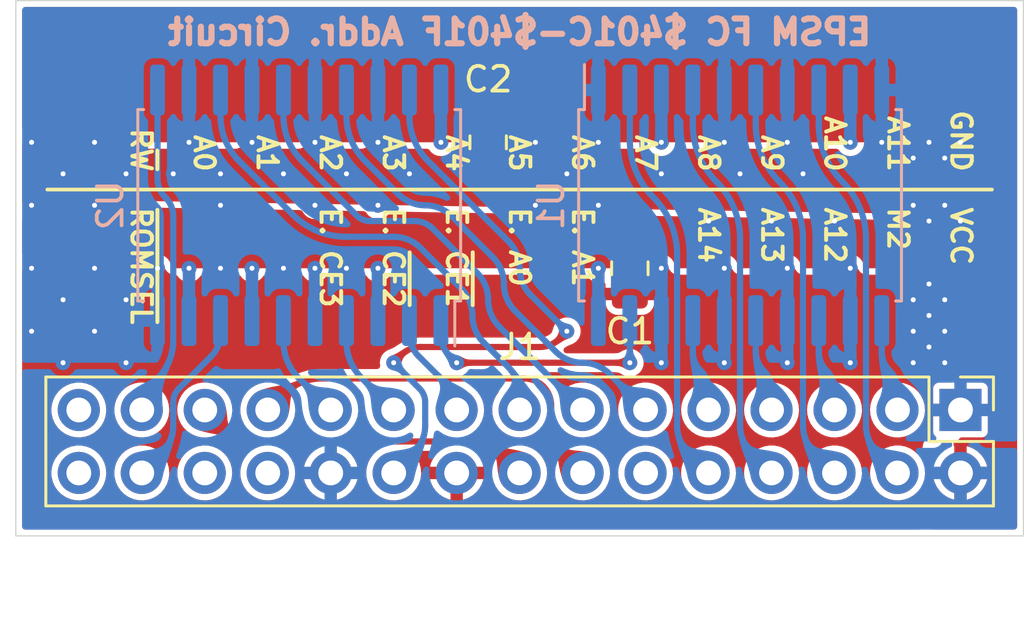
<source format=kicad_pcb>
(kicad_pcb (version 20211014) (generator pcbnew)
  (layers (0 "F.Cu" mixed) (31 "B.Cu" mixed) (34 "B.Paste" user) (35 "F.Paste" user) (36 "B.SilkS" user "B.Silkscreen") (37 "F.SilkS" user "F.Silkscreen") (38 "B.Mask" user) (39 "F.Mask" user) (44 "Edge.Cuts" user))
  (net 0 "")
  (net 1 "/CPU_A11")
  (net 2 "/M2")
  (net 3 "/CPU_A10")
  (net 4 "/CPU_A12")
  (net 5 "/CPU_A9")
  (net 6 "/CPU_A13")
  (net 7 "/CPU_A8")
  (net 8 "/CPU_A14")
  (net 9 "/CPU_A7")
  (net 10 "/CPU_A6")
  (net 11 "/CPU_A5")
  (net 12 "/CPU_A4")
  (net 13 "/CPU_A3")
  (net 14 "/CPU_A2")
  (net 15 "/CPU_A1")
  (net 16 "/CPU_A0")
  (net 17 "/CPU_R~{W}")
  (net 18 "/~{ROMSEL}")
  (net 19 "Net-(U1-Pad19)")
  (net 20 "/EPSM_~{CE2}")
  (net 21 "/GND")
  (net 22 "/VCC")
  (footprint "Capacitor_SMD:C_0805_2012Metric_Pad1.18x1.45mm_HandSolder" (layer "F.Cu") (at 130.81 127 90)
    (fp_text reference "C1")
    (fp_text value "0.1uF")
  )
  (footprint "Capacitor_SMD:C_0805_2012Metric_Pad1.18x1.45mm_HandSolder" (layer "F.Cu") (at 125.095 121.92 90)
    (fp_text reference "C2")
    (fp_text value "0.1uF")
  )
  (footprint "Connector_PinHeader_2.54mm:PinHeader_2x15_P2.54mm_Vertical" (layer "F.Cu") (at 144.145 132.715 -90)
    (fp_text reference "J1")
    (fp_text value "EPSM_ADDRESSING")
  )
  (footprint "Package_SO:SOIC-20W_7.5x12.8mm_P1.27mm" (layer "B.Cu") (at 117.475 124.46 90)
    (fp_text reference "U2")
    (fp_text value "74HC688")
  )
  (footprint "Package_SO:SOIC-20W_7.5x12.8mm_P1.27mm" (layer "B.Cu") (at 135.255 124.46 -90)
    (fp_text reference "U1")
    (fp_text value "74HC688")
  )
  (gr_line (start 145.415 123.825) (end 107.315 123.825) (layer "F.SilkS") (width 0.15))
  (gr_rect (start 146.685 137.795) (end 106.045 116.205) (layer "Edge.Cuts") (width 0.05) (fill none))
  (gr_text "EPSM FC $401C-$401F Addr. Circuit" (at 126.365 117.475) (layer "B.SilkS") (effects (font (size 1 1) (thickness 0.25)) (justify mirror)))
  (gr_text "GND\n\nA11\n\nA10\n\nA9\n\nA8\n\nA7\n\nA6\n\nA5\n\nA4\n\nA3\n\nA2\n\nA1\n\nA0\n\nR~{W}\n\n " (at 126.365 123.19 270) (layer "F.SilkS") (effects (font (size 0.79 0.8) (thickness 0.15875)) (justify right)))
  (gr_text "VCC\n\nM2\n\nA12\n\nA13\n\nA14\n\n \n\nE. A1\n\nE. A0\n\nE. ~{CE1}\n\nE. ~{CE2}\n\nE. CE3\n\n \n\n \n\n~{ROMSEL}\n\n " (at 126.365 124.46 270) (layer "F.SilkS") (effects (font (size 0.79 0.8) (thickness 0.15875)) (justify left)))
  (segment (start 140.97 130.360987) (end 140.97 129.11) (width 0.25) (layer "B.Cu") (net 1))
  (segment (start 141.605 131.894012) (end 141.605 132.715) (width 0.25) (layer "B.Cu") (net 1))
  (arc (start 141.2875 131.1275) (mid 141.522484 131.479178) (end 141.605 131.894012) (width 0.25) (layer "B.Cu") (net 1))
  (arc (start 140.97 130.360987) (mid 141.052515 130.77582) (end 141.2875 131.1275) (width 0.25) (layer "B.Cu") (net 1))
  (segment (start 140.335 132.08) (end 140.335 133.35) (width 0.25) (layer "B.Cu") (net 2))
  (segment (start 140.335 132.08) (end 140.335 125.807038) (width 0.25) (layer "B.Cu") (net 2))
  (segment (start 140.784012 134.434012) (end 141.605 135.255) (width 0.25) (layer "B.Cu") (net 2))
  (segment (start 138.43 121.207961) (end 138.43 119.81) (width 0.25) (layer "B.Cu") (net 2))
  (arc (start 139.3825 123.5075) (mid 140.087453 124.562537) (end 140.335 125.807038) (width 0.25) (layer "B.Cu") (net 2))
  (arc (start 138.43 121.207961) (mid 138.677546 122.452462) (end 139.3825 123.5075) (width 0.25) (layer "B.Cu") (net 2))
  (arc (start 140.335 133.35) (mid 140.451694 133.936663) (end 140.784012 134.434012) (width 0.25) (layer "B.Cu") (net 2))
  (segment (start 138.43 130.360987) (end 138.43 129.11) (width 0.25) (layer "B.Cu") (net 3))
  (segment (start 139.065 131.894012) (end 139.065 132.715) (width 0.25) (layer "B.Cu") (net 3))
  (arc (start 138.43 130.360987) (mid 138.512515 130.77582) (end 138.7475 131.1275) (width 0.25) (layer "B.Cu") (net 3))
  (arc (start 138.7475 131.1275) (mid 138.982484 131.479178) (end 139.065 131.894012) (width 0.25) (layer "B.Cu") (net 3))
  (segment (start 135.89 121.207961) (end 135.89 119.81) (width 0.25) (layer "B.Cu") (net 4))
  (segment (start 137.795 132.08) (end 137.795 125.807038) (width 0.25) (layer "B.Cu") (net 4))
  (segment (start 137.795 132.08) (end 137.795 133.35) (width 0.25) (layer "B.Cu") (net 4))
  (segment (start 138.244012 134.434012) (end 139.065 135.255) (width 0.25) (layer "B.Cu") (net 4))
  (arc (start 135.89 121.207961) (mid 136.137546 122.452462) (end 136.8425 123.5075) (width 0.25) (layer "B.Cu") (net 4))
  (arc (start 136.8425 123.5075) (mid 137.547453 124.562537) (end 137.795 125.807038) (width 0.25) (layer "B.Cu") (net 4))
  (arc (start 137.795 133.35) (mid 137.911694 133.936663) (end 138.244012 134.434012) (width 0.25) (layer "B.Cu") (net 4))
  (segment (start 136.525 131.894012) (end 136.525 132.715) (width 0.25) (layer "B.Cu") (net 5))
  (segment (start 135.89 130.360987) (end 135.89 129.11) (width 0.25) (layer "B.Cu") (net 5))
  (arc (start 135.89 130.360987) (mid 135.972515 130.77582) (end 136.2075 131.1275) (width 0.25) (layer "B.Cu") (net 5))
  (arc (start 136.2075 131.1275) (mid 136.442484 131.479178) (end 136.525 131.894012) (width 0.25) (layer "B.Cu") (net 5))
  (segment (start 135.255 132.08) (end 135.255 133.35) (width 0.25) (layer "B.Cu") (net 6))
  (segment (start 133.35 121.207961) (end 133.35 119.81) (width 0.25) (layer "B.Cu") (net 6))
  (segment (start 135.704012 134.434012) (end 136.525 135.255) (width 0.25) (layer "B.Cu") (net 6))
  (segment (start 135.255 132.08) (end 135.255 125.807038) (width 0.25) (layer "B.Cu") (net 6))
  (arc (start 135.255 133.35) (mid 135.371694 133.936663) (end 135.704012 134.434012) (width 0.25) (layer "B.Cu") (net 6))
  (arc (start 134.3025 123.5075) (mid 135.007453 124.562537) (end 135.255 125.807038) (width 0.25) (layer "B.Cu") (net 6))
  (arc (start 133.35 121.207961) (mid 133.597546 122.452462) (end 134.3025 123.5075) (width 0.25) (layer "B.Cu") (net 6))
  (segment (start 133.985 131.894012) (end 133.985 132.715) (width 0.25) (layer "B.Cu") (net 7))
  (segment (start 133.35 130.360987) (end 133.35 129.11) (width 0.25) (layer "B.Cu") (net 7))
  (arc (start 133.6675 131.1275) (mid 133.902484 131.479178) (end 133.985 131.894012) (width 0.25) (layer "B.Cu") (net 7))
  (arc (start 133.35 130.360987) (mid 133.432515 130.77582) (end 133.6675 131.1275) (width 0.25) (layer "B.Cu") (net 7))
  (segment (start 132.715 132.08) (end 132.715 133.35) (width 0.25) (layer "B.Cu") (net 8))
  (segment (start 130.81 121.842961) (end 130.81 119.81) (width 0.25) (layer "B.Cu") (net 8))
  (segment (start 132.715 132.08) (end 132.715 126.442038) (width 0.25) (layer "B.Cu") (net 8))
  (segment (start 133.164012 134.434012) (end 133.985 135.255) (width 0.25) (layer "B.Cu") (net 8))
  (arc (start 130.81 121.842961) (mid 131.057546 123.087462) (end 131.7625 124.1425) (width 0.25) (layer "B.Cu") (net 8))
  (arc (start 132.715 133.35) (mid 132.831694 133.936663) (end 133.164012 134.434012) (width 0.25) (layer "B.Cu") (net 8))
  (arc (start 131.7625 124.1425) (mid 132.467453 125.197537) (end 132.715 126.442038) (width 0.25) (layer "B.Cu") (net 8))
  (segment (start 119.38 120.865) (end 119.38 119.81) (width 0.25) (layer "B.Cu") (net 9))
  (segment (start 123.639012 124.909012) (end 125.280987 126.550987) (width 0.25) (layer "B.Cu") (net 9))
  (segment (start 129.989012 131.259012) (end 131.445 132.715) (width 0.25) (layer "B.Cu") (net 9))
  (segment (start 126.179012 128.719012) (end 127.820987 130.360987) (width 0.25) (layer "B.Cu") (net 9))
  (segment (start 120.125997 122.665997) (end 121.470987 124.010987) (width 0.25) (layer "B.Cu") (net 9))
  (arc (start 121.470987 124.010987) (mid 121.968336 124.343305) (end 122.555 124.46) (width 0.25) (layer "B.Cu") (net 9))
  (arc (start 127.820987 130.360987) (mid 128.318336 130.693305) (end 128.905 130.81) (width 0.25) (layer "B.Cu") (net 9))
  (arc (start 129.989012 131.259012) (mid 129.491663 130.926694) (end 128.905 130.81) (width 0.25) (layer "B.Cu") (net 9))
  (arc (start 123.639012 124.909012) (mid 123.141663 124.576694) (end 122.555 124.46) (width 0.25) (layer "B.Cu") (net 9))
  (arc (start 125.280987 126.550987) (mid 125.613305 127.048336) (end 125.73 127.635) (width 0.25) (layer "B.Cu") (net 9))
  (arc (start 119.38 120.865) (mid 119.573878 121.839692) (end 120.125997 122.665997) (width 0.25) (layer "B.Cu") (net 9))
  (arc (start 125.73 127.635) (mid 125.846694 128.221663) (end 126.179012 128.719012) (width 0.25) (layer "B.Cu") (net 9))
  (segment (start 123.5075 126.0475) (end 124.645987 127.185987) (width 0.25) (layer "B.Cu") (net 10))
  (segment (start 122.105987 125.095) (end 120.9675 125.095) (width 0.25) (layer "B.Cu") (net 10))
  (segment (start 125.544012 129.354012) (end 128.905 132.715) (width 0.25) (layer "B.Cu") (net 10))
  (segment (start 116.84 120.865) (end 116.84 119.81) (width 0.25) (layer "B.Cu") (net 10))
  (segment (start 119.790493 124.870493) (end 117.585997 122.665997) (width 0.25) (layer "B.Cu") (net 10))
  (segment (start 122.8725 125.4125) (end 123.5075 126.0475) (width 0.25) (layer "B.Cu") (net 10))
  (segment (start 120.9675 125.095) (end 120.3325 125.095) (width 0.25) (layer "B.Cu") (net 10))
  (arc (start 116.84 120.865) (mid 117.033878 121.839692) (end 117.585997 122.665997) (width 0.25) (layer "B.Cu") (net 10))
  (arc (start 122.8725 125.4125) (mid 122.52082 125.177515) (end 122.105987 125.095) (width 0.25) (layer "B.Cu") (net 10))
  (arc (start 124.645987 127.185987) (mid 124.978305 127.683336) (end 125.095 128.27) (width 0.25) (layer "B.Cu") (net 10))
  (arc (start 119.790493 124.870493) (mid 120.039168 125.036652) (end 120.3325 125.095) (width 0.25) (layer "B.Cu") (net 10))
  (arc (start 125.095 128.27) (mid 125.211694 128.856663) (end 125.544012 129.354012) (width 0.25) (layer "B.Cu") (net 10))
  (segment (start 120.015 125.73) (end 119.38 125.73) (width 0.25) (layer "B.Cu") (net 11))
  (segment (start 121.285 125.73) (end 120.015 125.73) (width 0.25) (layer "B.Cu") (net 11))
  (segment (start 122.369012 126.179012) (end 124.010987 127.820987) (width 0.25) (layer "B.Cu") (net 11))
  (segment (start 126.365 132.08) (end 126.365 132.715) (width 0.25) (layer "B.Cu") (net 11))
  (segment (start 115.045997 122.665997) (end 117.211974 124.831974) (width 0.25) (layer "B.Cu") (net 11))
  (segment (start 125.915987 130.995987) (end 124.909012 129.989012) (width 0.25) (layer "B.Cu") (net 11))
  (segment (start 114.3 120.865) (end 114.3 119.81) (width 0.25) (layer "B.Cu") (net 11))
  (arc (start 124.46 128.905) (mid 124.576694 129.491663) (end 124.909012 129.989012) (width 0.25) (layer "B.Cu") (net 11))
  (arc (start 122.369012 126.179012) (mid 121.871663 125.846694) (end 121.285 125.73) (width 0.25) (layer "B.Cu") (net 11))
  (arc (start 124.010987 127.820987) (mid 124.343305 128.318336) (end 124.46 128.905) (width 0.25) (layer "B.Cu") (net 11))
  (arc (start 114.3 120.865) (mid 114.493878 121.839692) (end 115.045997 122.665997) (width 0.25) (layer "B.Cu") (net 11))
  (arc (start 117.211974 124.831974) (mid 118.206672 125.49661) (end 119.38 125.73) (width 0.25) (layer "B.Cu") (net 11))
  (arc (start 125.915987 130.995987) (mid 126.248305 131.493336) (end 126.365 132.08) (width 0.25) (layer "B.Cu") (net 11))
  (segment (start 121.92 129.6425) (end 121.92 129.11) (width 0.25) (layer "B.Cu") (net 12))
  (segment (start 123.600493 131.855493) (end 122.296534 130.551534) (width 0.25) (layer "B.Cu") (net 12))
  (segment (start 123.825 132.3975) (end 123.825 132.715) (width 0.25) (layer "B.Cu") (net 12))
  (arc (start 123.600493 131.855493) (mid 123.766652 132.104168) (end 123.825 132.3975) (width 0.25) (layer "B.Cu") (net 12))
  (arc (start 121.92 129.6425) (mid 122.017857 130.134465) (end 122.296534 130.551534) (width 0.25) (layer "B.Cu") (net 12))
  (segment (start 119.38 129.96) (end 119.38 129.11) (width 0.25) (layer "B.Cu") (net 13))
  (segment (start 119.98104 131.41104) (end 121.285 132.715) (width 0.25) (layer "B.Cu") (net 13))
  (arc (start 119.38 129.96) (mid 119.536205 130.745297) (end 119.98104 131.41104) (width 0.25) (layer "B.Cu") (net 13))
  (segment (start 116.84 129.96) (end 116.84 129.11) (width 0.25) (layer "B.Cu") (net 14))
  (segment (start 117.44104 131.41104) (end 118.745 132.715) (width 0.25) (layer "B.Cu") (net 14))
  (arc (start 116.84 129.96) (mid 116.996205 130.745297) (end 117.44104 131.41104) (width 0.25) (layer "B.Cu") (net 14))
  (segment (start 116.84 132.08) (end 116.205 132.715) (width 0.25) (layer "F.Cu") (net 15))
  (segment (start 118.373025 131.445) (end 126.550987 131.445) (width 0.25) (layer "F.Cu") (net 15))
  (segment (start 127.635 133.086974) (end 127.635 132.529012) (width 0.25) (layer "F.Cu") (net 15))
  (segment (start 128.27 134.62) (end 128.905 135.255) (width 0.25) (layer "F.Cu") (net 15))
  (arc (start 127.3175 131.7625) (mid 126.96582 131.527515) (end 126.550987 131.445) (width 0.25) (layer "F.Cu") (net 15))
  (arc (start 118.373025 131.445) (mid 117.543357 131.610031) (end 116.84 132.08) (width 0.25) (layer "F.Cu") (net 15))
  (arc (start 127.635 133.086974) (mid 127.800031 133.916641) (end 128.27 134.62) (width 0.25) (layer "F.Cu") (net 15))
  (arc (start 127.3175 131.7625) (mid 127.552484 132.114178) (end 127.635 132.529012) (width 0.25) (layer "F.Cu") (net 15))
  (segment (start 114.3 133.35) (end 113.665 132.715) (width 0.25) (layer "F.Cu") (net 16))
  (segment (start 125.73 134.62) (end 126.365 135.255) (width 0.25) (layer "F.Cu") (net 16))
  (segment (start 115.833025 133.985) (end 124.196974 133.985) (width 0.25) (layer "F.Cu") (net 16))
  (arc (start 114.3 133.35) (mid 115.003357 133.819968) (end 115.833025 133.985) (width 0.25) (layer "F.Cu") (net 16))
  (arc (start 125.73 134.62) (mid 125.026641 134.150031) (end 124.196974 133.985) (width 0.25) (layer "F.Cu") (net 16))
  (segment (start 111.125 132.3975) (end 111.125 132.715) (width 0.25) (layer "B.Cu") (net 17))
  (segment (start 111.76 123.375987) (end 111.76 119.81) (width 0.25) (layer "B.Cu") (net 17))
  (segment (start 112.395 129.911974) (end 112.395 124.909012) (width 0.25) (layer "B.Cu") (net 17))
  (segment (start 111.759999 131.444999) (end 111.349506 131.855493) (width 0.25) (layer "B.Cu") (net 17))
  (arc (start 111.76 123.375987) (mid 111.842515 123.79082) (end 112.0775 124.1425) (width 0.25) (layer "B.Cu") (net 17))
  (arc (start 112.0775 124.1425) (mid 112.312484 124.494178) (end 112.395 124.909012) (width 0.25) (layer "B.Cu") (net 17))
  (arc (start 111.349506 131.855493) (mid 111.183347 132.104168) (end 111.125 132.3975) (width 0.25) (layer "B.Cu") (net 17))
  (arc (start 112.395 129.911974) (mid 112.229968 130.741641) (end 111.759999 131.444999) (width 0.25) (layer "B.Cu") (net 17))
  (segment (start 111.945987 134.434012) (end 111.125 135.255) (width 0.25) (layer "B.Cu") (net 18))
  (segment (start 112.395 133.0325) (end 112.395 133.35) (width 0.25) (layer "B.Cu") (net 18))
  (segment (start 114.3 129.6425) (end 114.3 129.11) (width 0.25) (layer "B.Cu") (net 18))
  (segment (start 112.395 132.3975) (end 112.395 133.0325) (width 0.25) (layer "B.Cu") (net 18))
  (segment (start 112.619506 131.855493) (end 113.923465 130.551534) (width 0.25) (layer "B.Cu") (net 18))
  (arc (start 112.619506 131.855493) (mid 112.453347 132.104168) (end 112.395 132.3975) (width 0.25) (layer "B.Cu") (net 18))
  (arc (start 114.3 129.6425) (mid 114.202141 130.134465) (end 113.923465 130.551534) (width 0.25) (layer "B.Cu") (net 18))
  (arc (start 112.395 133.35) (mid 112.278305 133.936663) (end 111.945987 134.434012) (width 0.25) (layer "B.Cu") (net 18))
  (segment (start 123.825 130.81) (end 130.81 130.81) (width 0.25) (layer "F.Cu") (net 19))
  (via (at 130.81 130.81) (size 0.6) (drill 0.2) (layers "F.Cu" "B.Cu") (net 19))
  (via (at 123.825 130.81) (size 0.6) (drill 0.2) (layers "F.Cu" "B.Cu") (net 19))
  (segment (start 123.825 130.81) (end 123.5075 130.4925) (width 0.25) (layer "B.Cu") (net 19))
  (segment (start 130.81 130.81) (end 130.81 129.11) (width 0.25) (layer "B.Cu") (net 19))
  (segment (start 123.19 129.725987) (end 123.19 129.11) (width 0.25) (layer "B.Cu") (net 19))
  (arc (start 123.19 129.725987) (mid 123.272515 130.14082) (end 123.5075 130.4925) (width 0.25) (layer "B.Cu") (net 19))
  (segment (start 127.185987 130.175) (end 122.369012 130.175) (width 0.25) (layer "F.Cu") (net 20))
  (segment (start 127.9525 129.8575) (end 128.27 129.54) (width 0.25) (layer "F.Cu") (net 20))
  (segment (start 121.285 130.81) (end 121.6025 130.4925) (width 0.25) (layer "F.Cu") (net 20))
  (via (at 128.27 129.54) (size 0.6) (drill 0.2) (layers "F.Cu" "B.Cu") (net 20))
  (via (at 121.285 130.81) (size 0.6) (drill 0.2) (layers "F.Cu" "B.Cu") (net 20))
  (arc (start 122.369012 130.175) (mid 121.954178 130.257515) (end 121.6025 130.4925) (width 0.25) (layer "F.Cu") (net 20))
  (arc (start 127.9525 129.8575) (mid 127.60082 130.092484) (end 127.185987 130.175) (width 0.25) (layer "F.Cu") (net 20))
  (segment (start 122.105987 134.434012) (end 121.285 135.255) (width 0.25) (layer "B.Cu") (net 20))
  (segment (start 122.555 133.0325) (end 122.555 133.35) (width 0.25) (layer "B.Cu") (net 20))
  (segment (start 121.285 130.81) (end 122.330493 131.855493) (width 0.25) (layer "B.Cu") (net 20))
  (segment (start 125.915987 125.915987) (end 122.665997 122.665997) (width 0.25) (layer "B.Cu") (net 20))
  (segment (start 126.814012 128.084012) (end 128.27 129.54) (width 0.25) (layer "B.Cu") (net 20))
  (segment (start 122.555 132.3975) (end 122.555 133.0325) (width 0.25) (layer "B.Cu") (net 20))
  (segment (start 121.92 120.865) (end 121.92 119.81) (width 0.25) (layer "B.Cu") (net 20))
  (arc (start 126.365 127) (mid 126.481694 127.586663) (end 126.814012 128.084012) (width 0.25) (layer "B.Cu") (net 20))
  (arc (start 125.915987 125.915987) (mid 126.248305 126.413336) (end 126.365 127) (width 0.25) (layer "B.Cu") (net 20))
  (arc (start 121.92 120.865) (mid 122.113878 121.839692) (end 122.665997 122.665997) (width 0.25) (layer "B.Cu") (net 20))
  (arc (start 122.330493 131.855493) (mid 122.496652 132.104168) (end 122.555 132.3975) (width 0.25) (layer "B.Cu") (net 20))
  (arc (start 122.555 133.35) (mid 122.438305 133.936663) (end 122.105987 134.434012) (width 0.25) (layer "B.Cu") (net 20))
  (via (at 144.145 121.92) (size 0.6) (drill 0.2) (layers "F.Cu" "B.Cu") (net 21))
  (via (at 137.16 130.81) (size 0.6) (drill 0.2) (layers "F.Cu" "B.Cu") (net 21))
  (via (at 120.65 121.92) (size 0.6) (drill 0.2) (layers "F.Cu" "B.Cu") (net 21))
  (via (at 137.795 123.19) (size 0.6) (drill 0.2) (layers "F.Cu" "B.Cu") (net 21))
  (via (at 106.68 127) (size 0.6) (drill 0.2) (layers "F.Cu" "B.Cu") (net 21))
  (via (at 132.08 123.19) (size 0.6) (drill 0.2) (layers "F.Cu" "B.Cu") (net 21))
  (via (at 127 121.92) (size 0.6) (drill 0.2) (layers "F.Cu" "B.Cu") (net 21))
  (via (at 134.62 130.81) (size 0.6) (drill 0.2) (layers "F.Cu" "B.Cu") (net 21))
  (via (at 129.54 121.92) (size 0.6) (drill 0.2) (layers "F.Cu" "B.Cu") (net 21))
  (via (at 118.11 124.46) (size 0.6) (drill 0.2) (layers "F.Cu" "B.Cu") (net 21))
  (via (at 110.49 130.81) (size 0.6) (drill 0.2) (layers "F.Cu" "B.Cu") (net 21))
  (via (at 114.3 124.46) (size 0.6) (drill 0.2) (layers "F.Cu" "B.Cu") (net 21))
  (via (at 112.395 123.19) (size 0.6) (drill 0.2) (layers "F.Cu" "B.Cu") (net 21))
  (via (at 144.145 125.095) (size 0.6) (drill 0.2) (layers "F.Cu" "B.Cu") (net 21))
  (via (at 137.16 127) (size 0.6) (drill 0.2) (layers "F.Cu" "B.Cu") (net 21))
  (via (at 142.24 124.46) (size 0.6) (drill 0.2) (layers "F.Cu" "B.Cu") (net 21))
  (via (at 134.62 127) (size 0.6) (drill 0.2) (layers "F.Cu" "B.Cu") (net 21))
  (via (at 119.38 127) (size 0.6) (drill 0.2) (layers "F.Cu" "B.Cu") (net 21))
  (via (at 115.57 121.92) (size 0.6) (drill 0.2) (layers "F.Cu" "B.Cu") (net 21))
  (via (at 142.24 128.27) (size 0.6) (drill 0.2) (layers "F.Cu" "B.Cu") (net 21))
  (via (at 106.68 129.54) (size 0.6) (drill 0.2) (layers "F.Cu" "B.Cu") (net 21))
  (via (at 119.38 123.19) (size 0.6) (drill 0.2) (layers "F.Cu" "B.Cu") (net 21))
  (via (at 143.51 129.54) (size 0.6) (drill 0.2) (layers "F.Cu" "B.Cu") (net 21))
  (via (at 137.16 121.92) (size 0.6) (drill 0.2) (layers "F.Cu" "B.Cu") (net 21))
  (via (at 140.97 121.92) (size 0.6) (drill 0.2) (layers "F.Cu" "B.Cu") (net 21))
  (via (at 128.27 123.19) (size 0.6) (drill 0.2) (layers "F.Cu" "B.Cu") (net 21))
  (via (at 116.84 123.19) (size 0.6) (drill 0.2) (layers "F.Cu" "B.Cu") (net 21))
  (via (at 109.22 121.92) (size 0.6) (drill 0.2) (layers "F.Cu" "B.Cu") (net 21))
  (via (at 114.3 123.19) (size 0.6) (drill 0.2) (layers "F.Cu" "B.Cu") (net 21))
  (via (at 139.065 125.095) (size 0.6) (drill 0.2) (layers "F.Cu" "B.Cu") (net 21))
  (via (at 110.49 123.19) (size 0.6) (drill 0.2) (layers "F.Cu" "B.Cu") (net 21))
  (via (at 133.985 125.095) (size 0.6) (drill 0.2) (layers "F.Cu" "B.Cu") (net 21))
  (via (at 109.22 127) (size 0.6) (drill 0.2) (layers "F.Cu" "B.Cu") (net 21))
  (via (at 142.24 130.81) (size 0.6) (drill 0.2) (layers "F.Cu" "B.Cu") (net 21))
  (via (at 127 124.46) (size 0.6) (drill 0.2) (layers "F.Cu" "B.Cu") (net 21))
  (via (at 114.3 127) (size 0.6) (drill 0.2) (layers "F.Cu" "B.Cu") (net 21))
  (via (at 142.875 128.905) (size 0.6) (drill 0.2) (layers "F.Cu" "B.Cu") (net 21))
  (via (at 109.22 124.46) (size 0.6) (drill 0.2) (layers "F.Cu" "B.Cu") (net 21))
  (via (at 142.24 129.54) (size 0.6) (drill 0.2) (layers "F.Cu" "B.Cu") (net 21))
  (via (at 109.22 129.54) (size 0.6) (drill 0.2) (layers "F.Cu" "B.Cu") (net 21))
  (via (at 107.95 128.27) (size 0.6) (drill 0.2) (layers "F.Cu" "B.Cu") (net 21))
  (via (at 118.11 121.92) (size 0.6) (drill 0.2) (layers "F.Cu" "B.Cu") (net 21))
  (via (at 143.51 124.46) (size 0.6) (drill 0.2) (layers "F.Cu" "B.Cu") (net 21))
  (via (at 143.51 128.27) (size 0.6) (drill 0.2) (layers "F.Cu" "B.Cu") (net 21))
  (via (at 121.92 123.19) (size 0.6) (drill 0.2) (layers "F.Cu" "B.Cu") (net 21))
  (via (at 106.68 121.92) (size 0.6) (drill 0.2) (layers "F.Cu" "B.Cu") (net 21))
  (via (at 116.84 127) (size 0.6) (drill 0.2) (layers "F.Cu" "B.Cu") (net 21))
  (via (at 136.525 125.095) (size 0.6) (drill 0.2) (layers "F.Cu" "B.Cu") (net 21))
  (via (at 111.76 127) (size 0.6) (drill 0.2) (layers "F.Cu" "B.Cu") (net 21))
  (via (at 129.54 124.46) (size 0.6) (drill 0.2) (layers "F.Cu" "B.Cu") (net 21))
  (via (at 110.49 128.27) (size 0.6) (drill 0.2) (layers "F.Cu" "B.Cu") (net 21))
  (via (at 143.51 122.555) (size 0.6) (drill 0.2) (layers "F.Cu" "B.Cu") (net 21))
  (via (at 106.68 124.46) (size 0.6) (drill 0.2) (layers "F.Cu" "B.Cu") (net 21))
  (via (at 142.875 127.635) (size 0.6) (drill 0.2) (layers "F.Cu" "B.Cu") (net 21))
  (via (at 142.24 122.555) (size 0.6) (drill 0.2) (layers "F.Cu" "B.Cu") (net 21))
  (via (at 132.08 130.81) (size 0.6) (drill 0.2) (layers "F.Cu" "B.Cu") (net 21))
  (via (at 142.875 130.175) (size 0.6) (drill 0.2) (layers "F.Cu" "B.Cu") (net 21))
  (via (at 142.875 121.92) (size 0.6) (drill 0.2) (layers "F.Cu" "B.Cu") (net 21))
  (via (at 132.08 127) (size 0.6) (drill 0.2) (layers "F.Cu" "B.Cu") (net 21))
  (via (at 143.51 130.81) (size 0.6) (drill 0.2) (layers "F.Cu" "B.Cu") (net 21))
  (via (at 139.7 127) (size 0.6) (drill 0.2) (layers "F.Cu" "B.Cu") (net 21))
  (via (at 120.65 124.46) (size 0.6) (drill 0.2) (layers "F.Cu" "B.Cu") (net 21))
  (via (at 139.7 130.81) (size 0.6) (drill 0.2) (layers "F.Cu" "B.Cu") (net 21))
  (via (at 113.03 121.92) (size 0.6) (drill 0.2) (layers "F.Cu" "B.Cu") (net 21))
  (via (at 142.875 125.095) (size 0.6) (drill 0.2) (layers "F.Cu" "B.Cu") (net 21))
  (via (at 134.62 121.92) (size 0.6) (drill 0.2) (layers "F.Cu" "B.Cu") (net 21))
  (via (at 107.95 123.19) (size 0.6) (drill 0.2) (layers "F.Cu" "B.Cu") (net 21))
  (via (at 107.95 130.81) (size 0.6) (drill 0.2) (layers "F.Cu" "B.Cu") (net 21))
  (via (at 135.255 123.19) (size 0.6) (drill 0.2) (layers "F.Cu" "B.Cu") (net 21))
  (via (at 113.03 127) (size 0.6) (drill 0.2) (layers "F.Cu" "B.Cu") (net 22))
  (via (at 129.54 127) (size 0.6) (drill 0.2) (layers "F.Cu" "B.Cu") (net 22))
  (via (at 120.65 127) (size 0.6) (drill 0.2) (layers "F.Cu" "B.Cu") (net 22))
  (via (at 118.11 127) (size 0.6) (drill 0.2) (layers "F.Cu" "B.Cu") (net 22))
  (via (at 132.08 121.92) (size 0.6) (drill 0.2) (layers "F.Cu" "B.Cu") (net 22))
  (via (at 115.57 127) (size 0.6) (drill 0.2) (layers "F.Cu" "B.Cu") (net 22))
  (via (at 123.19 121.92) (size 0.6) (drill 0.2) (layers "F.Cu" "B.Cu") (net 22))
  (via (at 139.7 121.92) (size 0.6) (drill 0.2) (layers "F.Cu" "B.Cu") (net 22))
  (segment (start 139.7 121.92) (end 139.7 119.81) (width 0.5) (layer "B.Cu") (net 22))
  (segment (start 118.11 127) (end 118.11 129.11) (width 0.5) (layer "B.Cu") (net 22))
  (segment (start 123.19 121.92) (end 123.19 119.81) (width 0.5) (layer "B.Cu") (net 22))
  (segment (start 120.65 127) (end 120.65 129.11) (width 0.5) (layer "B.Cu") (net 22))
  (segment (start 115.57 127) (end 115.57 129.11) (width 0.5) (layer "B.Cu") (net 22))
  (segment (start 132.08 121.92) (end 132.08 119.81) (width 0.5) (layer "B.Cu") (net 22))
  (segment (start 113.03 127) (end 113.03 129.11) (width 0.5) (layer "B.Cu") (net 22))
  (segment (start 129.54 127) (end 129.54 129.11) (width 0.5) (layer "B.Cu") (net 22))
  (zone (net 15) (net_name "/CPU_A1") (layer "F.Cu") (priority 16962) (connect_pads yes (clearance 0)) (min_thickness 0.0254) (fill yes (thermal_gap 0.508) (thermal_bridge_width 0.508))
    (polygon (pts (xy 117.494167 131.4951) (xy 117.286433 131.575989) (xy 117.108278 131.635305) (xy 116.952852 131.677872) (xy 116.813308 131.708514) (xy 116.682797 131.732055) (xy 116.554471 131.753318) (xy 116.421482 131.777127) (xy 116.276981 131.808308) (xy 116.11412 131.851682) (xy 115.926051 131.912076) (xy 115.90448 133.01552) (xy 117.007924 132.993949) (xy 117.055932 132.824314) (xy 117.084206 132.664381) (xy 117.100995 132.514079) (xy 117.114549 132.373343) (xy 117.13312 132.242104) (xy 117.164957 132.120296) (xy 117.218312 132.007849) (xy 117.301434 131.904697) (xy 117.422574 131.810773) (xy 117.589983 131.726008)))
  )
  (zone (net 19) (net_name "Net-(U1-Pad19)") (layer "F.Cu") (priority 16962) (connect_pads yes (clearance 0)) (min_thickness 0.0254) (fill yes (thermal_gap 0.508) (thermal_bridge_width 0.508))
    (polygon (pts (xy 124.415 130.685) (xy 124.348477 130.683288) (xy 124.292013 130.678268) (xy 124.243553 130.670116) (xy 124.201041 130.659005) (xy 124.162421 130.645111) (xy 124.125639 130.628608) (xy 124.088637 130.609671) (xy 124.049361 130.588474) (xy 124.005756 130.565192) (xy 123.955766 130.54) (xy 123.675 130.81) (xy 123.955766 131.08) (xy 124.005756 131.054807) (xy 124.049361 131.031525) (xy 124.088637 131.010328) (xy 124.125639 130.991391) (xy 124.162421 130.974888) (xy 124.201041 130.960994) (xy 124.243553 130.949883) (xy 124.292013 130.941731) (xy 124.348477 130.936711) (xy 124.415 130.935)))
  )
  (zone (net 21) (net_name "/GND") (layer "F.Cu") (priority 1) (connect_pads (clearance 0.254)) (min_thickness 0.254) (fill yes (thermal_gap 0.254) (thermal_bridge_width 0.5) (smoothing fillet) (radius 0.254))
    (polygon (pts (xy 144.145 125.095) (xy 106.045 124.46) (xy 106.045 121.92) (xy 144.145 121.92)))
  )
  (zone (net 20) (net_name "/EPSM_~{CE2}") (layer "F.Cu") (priority 16962) (connect_pads yes (clearance 0)) (min_thickness 0.0254) (fill yes (thermal_gap 0.508) (thermal_bridge_width 0.508))
    (polygon (pts (xy 121.780223 130.203053) (xy 121.698994 130.249636) (xy 121.6305 130.291098) (xy 121.571785 130.328172) (xy 121.519898 130.361594) (xy 121.471884 130.3921) (xy 121.42479 130.420424) (xy 121.375663 130.447302) (xy 121.321549 130.47347) (xy 121.259495 130.499662) (xy 121.186548 130.526615) (xy 121.178934 130.916066) (xy 121.568385 130.908452) (xy 121.590268 130.842557) (xy 121.609149 130.782885) (xy 121.62711 130.728536) (xy 121.646233 130.678607) (xy 121.6686 130.632198) (xy 121.696293 130.588407) (xy 121.731395 130.546333) (xy 121.775987 130.505076) (xy 121.832151 130.463732) (xy 121.901971 130.421403)))
  )
  (zone (net 16) (net_name "/CPU_A0") (layer "F.Cu") (priority 16962) (connect_pads yes (clearance 0)) (min_thickness 0.0254) (fill yes (thermal_gap 0.508) (thermal_bridge_width 0.508))
    (polygon (pts (xy 115.049991 133.703983) (xy 114.882582 133.619218) (xy 114.761442 133.525294) (xy 114.678319 133.422143) (xy 114.624963 133.309698) (xy 114.593124 133.18789) (xy 114.574552 133.056652) (xy 114.560996 132.915917) (xy 114.544207 132.765617) (xy 114.515932 132.605684) (xy 114.467924 132.436051) (xy 113.36448 132.41448) (xy 113.386051 133.517924) (xy 113.574121 133.578317) (xy 113.736982 133.621691) (xy 113.881484 133.65287) (xy 114.014474 133.676679) (xy 114.142801 133.69794) (xy 114.273313 133.721479) (xy 114.412858 133.75212) (xy 114.568284 133.794686) (xy 114.74644 133.854001) (xy 114.954175 133.934891)))
  )
  (zone (net 15) (net_name "/CPU_A1") (layer "F.Cu") (priority 16962) (connect_pads yes (clearance 0)) (min_thickness 0.0254) (fill yes (thermal_gap 0.508) (thermal_bridge_width 0.508))
    (polygon (pts (xy 127.6851 133.965832) (xy 127.765989 134.173565) (xy 127.825305 134.35172) (xy 127.867872 134.507146) (xy 127.898514 134.64669) (xy 127.922055 134.777201) (xy 127.943318 134.905527) (xy 127.967127 135.038517) (xy 127.998308 135.183018) (xy 128.041682 135.345879) (xy 128.102076 135.533949) (xy 129.20552 135.55552) (xy 129.183949 134.452076) (xy 129.014314 134.404067) (xy 128.85438 134.375793) (xy 128.704079 134.359004) (xy 128.563343 134.34545) (xy 128.432104 134.326879) (xy 128.310296 134.295041) (xy 128.197849 134.241687) (xy 128.094697 134.158564) (xy 128.000773 134.037424) (xy 127.916008 133.870016)))
  )
  (zone (net 20) (net_name "/EPSM_~{CE2}") (layer "F.Cu") (priority 16962) (connect_pads yes (clearance 0)) (min_thickness 0.0254) (fill yes (thermal_gap 0.508) (thermal_bridge_width 0.508))
    (polygon (pts (xy 127.774772 130.146942) (xy 127.856 130.100358) (xy 127.924495 130.058897) (xy 127.98321 130.021823) (xy 128.035098 129.988402) (xy 128.083113 129.957897) (xy 128.130207 129.929573) (xy 128.179335 129.902696) (xy 128.23345 129.876528) (xy 128.295504 129.850337) (xy 128.368452 129.823385) (xy 128.376066 129.433934) (xy 127.986615 129.441548) (xy 127.964731 129.507442) (xy 127.94585 129.567113) (xy 127.927888 129.621462) (xy 127.908765 129.67139) (xy 127.886397 129.717799) (xy 127.858702 129.761589) (xy 127.8236 129.803662) (xy 127.779007 129.844919) (xy 127.722843 129.886262) (xy 127.653024 129.928592)))
  )
  (zone (net 22) (net_name "/VCC") (layer "F.Cu") (priority 2) (connect_pads (clearance 0.254)) (min_thickness 0.254) (fill yes (thermal_gap 0.254) (thermal_bridge_width 0.5) (smoothing fillet) (radius 0.254))
    (polygon (pts (xy 146.685 137.795) (xy 142.875 137.795) (xy 142.875 133.985) (xy 144.145 133.985) (xy 144.145 127) (xy 106.045 127) (xy 106.045 124.46) (xy 144.145 125.095) (xy 144.145 121.92) (xy 106.045 121.92) (xy 106.045 116.205) (xy 146.685 116.205)))
  )
  (zone (net 21) (net_name "/GND") (layer "F.Cu") (priority 1) (connect_pads (clearance 0.254)) (min_thickness 0.254) (fill yes (thermal_gap 0.254) (thermal_bridge_width 0.5) (smoothing fillet) (radius 0.254))
    (polygon (pts (xy 144.145 127) (xy 144.145 133.985) (xy 142.875 133.985) (xy 142.875 137.795) (xy 106.045 137.795) (xy 106.045 127)))
  )
  (zone (net 16) (net_name "/CPU_A0") (layer "F.Cu") (priority 16962) (connect_pads yes (clearance 0)) (min_thickness 0.0254) (fill yes (thermal_gap 0.508) (thermal_bridge_width 0.508))
    (polygon (pts (xy 124.980008 134.266016) (xy 125.147416 134.35078) (xy 125.268557 134.444704) (xy 125.35168 134.547855) (xy 125.405036 134.6603) (xy 125.436874 134.782108) (xy 125.455447 134.913346) (xy 125.469002 135.054081) (xy 125.485792 135.204382) (xy 125.514067 135.364315) (xy 125.562076 135.533949) (xy 126.66552 135.55552) (xy 126.643949 134.452076) (xy 126.455878 134.391682) (xy 126.293016 134.348308) (xy 126.148515 134.317129) (xy 126.015524 134.29332) (xy 125.887198 134.272058) (xy 125.756686 134.248519) (xy 125.617141 134.217878) (xy 125.461714 134.175312) (xy 125.283558 134.115997) (xy 125.075824 134.035108)))
  )
  (zone (net 19) (net_name "Net-(U1-Pad19)") (layer "F.Cu") (priority 16962) (connect_pads yes (clearance 0)) (min_thickness 0.0254) (fill yes (thermal_gap 0.508) (thermal_bridge_width 0.508))
    (polygon (pts (xy 130.22 130.935) (xy 130.286522 130.936711) (xy 130.342986 130.941731) (xy 130.391446 130.949883) (xy 130.433958 130.960994) (xy 130.472578 130.974888) (xy 130.50936 130.991391) (xy 130.546362 131.010328) (xy 130.585638 131.031525) (xy 130.629243 131.054807) (xy 130.679234 131.08) (xy 130.96 130.81) (xy 130.679234 130.54) (xy 130.629243 130.565192) (xy 130.585638 130.588474) (xy 130.546362 130.609671) (xy 130.50936 130.628608) (xy 130.472578 130.645111) (xy 130.433958 130.659005) (xy 130.391446 130.670116) (xy 130.342986 130.678268) (xy 130.286522 130.683288) (xy 130.22 130.685)))
  )
  (zone (net 13) (net_name "/CPU_A3") (layer "B.Cu") (priority 16962) (connect_pads yes (clearance 0)) (min_thickness 0.0254) (fill yes (thermal_gap 0.508) (thermal_bridge_width 0.508))
    (polygon (pts (xy 120.001602 131.608379) (xy 120.135313 131.756659) (xy 120.230278 131.89288) (xy 120.29389 132.020754) (xy 120.333538 132.143993) (xy 120.356613 132.266308) (xy 120.370507 132.391411) (xy 120.382609 132.523015) (xy 120.40031 132.664832) (xy 120.431002 132.820572) (xy 120.482076 132.993949) (xy 121.58552 133.01552) (xy 121.563949 131.912076) (xy 121.390572 131.861002) (xy 121.234832 131.83031) (xy 121.093015 131.812609) (xy 120.961411 131.800507) (xy 120.836308 131.786613) (xy 120.713993 131.763538) (xy 120.590754 131.72389) (xy 120.46288 131.660278) (xy 120.326659 131.565313) (xy 120.178379 131.431602)))
  )
  (zone (net 8) (net_name "/CPU_A14") (layer "B.Cu") (priority 16962) (connect_pads yes (clearance 0)) (min_thickness 0.0254) (fill yes (thermal_gap 0.508) (thermal_bridge_width 0.508))
    (polygon (pts (xy 132.634017 133.729504) (xy 132.693774 133.969461) (xy 132.750044 134.170273) (xy 132.803517 134.340957) (xy 132.854885 134.490529) (xy 132.904839 134.628006) (xy 132.954068 134.762406) (xy 133.003265 134.902744) (xy 133.053119 135.058037) (xy 133.104323 135.237303) (xy 133.157567 135.449559) (xy 134.28552 135.55552) (xy 134.263949 134.452076) (xy 134.068868 134.395153) (xy 133.882531 134.356824) (xy 133.706361 134.328361) (xy 133.541781 134.301037) (xy 133.390214 134.266125) (xy 133.253083 134.214897) (xy 133.131811 134.138626) (xy 133.027821 134.028584) (xy 132.942536 133.876045) (xy 132.877379 133.672282)))
  )
  (zone (net 22) (net_name "/VCC") (layer "B.Cu") (priority 16962) (connect_pads yes (clearance 0)) (min_thickness 0.0254) (fill yes (thermal_gap 0.508) (thermal_bridge_width 0.508))
    (polygon (pts (xy 129.79 127.59) (xy 129.789478 127.523525) (xy 129.788233 127.461926) (xy 129.786746 127.405086) (xy 129.785499 127.35289) (xy 129.784972 127.305222) (xy 129.785648 127.261967) (xy 129.788007 127.22301) (xy 129.792532 127.188234) (xy 129.799702 127.157524) (xy 129.81 127.130766) (xy 129.54 126.85) (xy 129.27 127.130766) (xy 129.280297 127.157524) (xy 129.287467 127.188234) (xy 129.291992 127.22301) (xy 129.294351 127.261967) (xy 129.295027 127.305222) (xy 129.2945 127.35289) (xy 129.293253 127.405086) (xy 129.291766 127.461926) (xy 129.290521 127.523525) (xy 129.29 127.59)))
  )
  (zone (net 1) (net_name "/CPU_A11") (layer "B.Cu") (priority 16962) (connect_pads yes (clearance 0)) (min_thickness 0.0254) (fill yes (thermal_gap 0.508) (thermal_bridge_width 0.508))
    (polygon (pts (xy 140.845001 130.362529) (xy 140.85497 130.639296) (xy 140.87979 130.876497) (xy 140.912965 131.082535) (xy 140.948001 131.265814) (xy 140.9784 131.434738) (xy 140.997669 131.597712) (xy 140.999311 131.763139) (xy 140.976831 131.939423) (xy 140.923733 132.134967) (xy 140.833523 132.358178) (xy 141.612569 133.139932) (xy 142.363279 132.330928) (xy 142.214312 132.083345) (xy 142.05217 131.884498) (xy 141.883638 131.720339) (xy 141.715502 131.576815) (xy 141.554548 131.439877) (xy 141.407561 131.295475) (xy 141.281327 131.129558) (xy 141.182631 130.928075) (xy 141.11826 130.676977) (xy 141.094999 130.362213)))
  )
  (zone (net 4) (net_name "/CPU_A12") (layer "B.Cu") (priority 16962) (connect_pads yes (clearance 0)) (min_thickness 0.0254) (fill yes (thermal_gap 0.508) (thermal_bridge_width 0.508))
    (polygon (pts (xy 137.714017 133.729504) (xy 137.773774 133.969461) (xy 137.830044 134.170273) (xy 137.883517 134.340957) (xy 137.934885 134.490529) (xy 137.984839 134.628006) (xy 138.034068 134.762406) (xy 138.083265 134.902744) (xy 138.133119 135.058037) (xy 138.184323 135.237303) (xy 138.237567 135.449559) (xy 139.36552 135.55552) (xy 139.343949 134.452076) (xy 139.148868 134.395153) (xy 138.962531 134.356824) (xy 138.786361 134.328361) (xy 138.621781 134.301037) (xy 138.470214 134.266125) (xy 138.333083 134.214897) (xy 138.211811 134.138626) (xy 138.107821 134.028584) (xy 138.022536 133.876045) (xy 137.957379 133.672282)))
  )
  (zone (net 22) (net_name "/VCC") (layer "B.Cu") (priority 16962) (connect_pads yes (clearance 0)) (min_thickness 0.0254) (fill yes (thermal_gap 0.508) (thermal_bridge_width 0.508))
    (polygon (pts (xy 139.45 121.33) (xy 139.450521 121.396474) (xy 139.451766 121.458073) (xy 139.453253 121.514913) (xy 139.4545 121.567109) (xy 139.455027 121.614777) (xy 139.454351 121.658032) (xy 139.451992 121.696989) (xy 139.447467 121.731765) (xy 139.440297 121.762475) (xy 139.43 121.789234) (xy 139.7 122.07) (xy 139.97 121.789234) (xy 139.959702 121.762475) (xy 139.952532 121.731765) (xy 139.948007 121.696989) (xy 139.945648 121.658032) (xy 139.944972 121.614777) (xy 139.945499 121.567109) (xy 139.946746 121.514913) (xy 139.948233 121.458073) (xy 139.949478 121.396474) (xy 139.95 121.33)))
  )
  (zone (net 11) (net_name "/CPU_A5") (layer "B.Cu") (priority 16962) (connect_pads yes (clearance 0)) (min_thickness 0.0254) (fill yes (thermal_gap 0.508) (thermal_bridge_width 0.508))
    (polygon (pts (xy 125.904813 131.168102) (xy 126.00166 131.306699) (xy 126.049224 131.432884) (xy 126.055166 131.550042) (xy 126.027149 131.661555) (xy 125.972831 131.770808) (xy 125.899876 131.881183) (xy 125.815943 131.996065) (xy 125.728694 132.118836) (xy 125.64579 132.252881) (xy 125.574893 132.401583) (xy 126.396161 133.138856) (xy 127.012646 132.164497) (xy 126.897241 132.026513) (xy 126.800982 131.907258) (xy 126.718662 131.801554) (xy 126.645072 131.704224) (xy 126.575007 131.610092) (xy 126.50326 131.513979) (xy 126.424622 131.41071) (xy 126.333887 131.295106) (xy 126.225847 131.161992) (xy 126.095297 131.00619)))
  )
  (zone (net 20) (net_name "/EPSM_~{CE2}") (layer "B.Cu") (priority 16962) (connect_pads yes (clearance 0)) (min_thickness 0.0254) (fill yes (thermal_gap 0.508) (thermal_bridge_width 0.508))
    (polygon (pts (xy 122.392619 133.672283) (xy 122.327461 133.876046) (xy 122.242176 134.028585) (xy 122.138186 134.138626) (xy 122.016914 134.214897) (xy 121.879783 134.266125) (xy 121.728216 134.301038) (xy 121.563637 134.328361) (xy 121.387467 134.356824) (xy 121.201131 134.395153) (xy 121.006051 134.452076) (xy 120.98448 135.55552) (xy 122.112433 135.449559) (xy 122.165676 135.237304) (xy 122.21688 135.058038) (xy 122.266734 134.902744) (xy 122.31593 134.762406) (xy 122.365159 134.628007) (xy 122.415112 134.490529) (xy 122.46648 134.340957) (xy 122.519953 134.170273) (xy 122.576223 133.969462) (xy 122.635981 133.729505)))
  )
  (zone (net 10) (net_name "/CPU_A6") (layer "B.Cu") (priority 16962) (connect_pads yes (clearance 0)) (min_thickness 0.0254) (fill yes (thermal_gap 0.508) (thermal_bridge_width 0.508))
    (polygon (pts (xy 127.621602 131.608379) (xy 127.755313 131.756659) (xy 127.850278 131.89288) (xy 127.91389 132.020754) (xy 127.953538 132.143993) (xy 127.976613 132.266308) (xy 127.990507 132.391411) (xy 128.002609 132.523015) (xy 128.02031 132.664832) (xy 128.051002 132.820572) (xy 128.102076 132.993949) (xy 129.20552 133.01552) (xy 129.183949 131.912076) (xy 129.010572 131.861002) (xy 128.854832 131.83031) (xy 128.713015 131.812609) (xy 128.581411 131.800507) (xy 128.456308 131.786613) (xy 128.333993 131.763538) (xy 128.210754 131.72389) (xy 128.08288 131.660278) (xy 127.946659 131.565313) (xy 127.798379 131.431602)))
  )
  (zone (net 9) (net_name "/CPU_A7") (layer "B.Cu") (priority 16962) (connect_pads yes (clearance 0)) (min_thickness 0.0254) (fill yes (thermal_gap 0.508) (thermal_bridge_width 0.508))
    (polygon (pts (xy 130.161602 131.608379) (xy 130.295313 131.756659) (xy 130.390278 131.89288) (xy 130.45389 132.020754) (xy 130.493538 132.143993) (xy 130.516613 132.266308) (xy 130.530507 132.391411) (xy 130.542609 132.523015) (xy 130.56031 132.664832) (xy 130.591002 132.820572) (xy 130.642076 132.993949) (xy 131.74552 133.01552) (xy 131.723949 131.912076) (xy 131.550572 131.861002) (xy 131.394832 131.83031) (xy 131.253015 131.812609) (xy 131.121411 131.800507) (xy 130.996308 131.786613) (xy 130.873993 131.763538) (xy 130.750754 131.72389) (xy 130.62288 131.660278) (xy 130.486659 131.565313) (xy 130.338379 131.431602)))
  )
  (zone (net 17) (net_name "/CPU_R~{W}") (layer "B.Cu") (priority 16962) (connect_pads yes (clearance 0)) (min_thickness 0.0254) (fill yes (thermal_gap 0.508) (thermal_bridge_width 0.508))
    (polygon (pts (xy 112.113991 130.695016) (xy 111.989773 130.953893) (xy 111.859505 131.153754) (xy 111.722678 131.306865) (xy 111.578781 131.425492) (xy 111.427303 131.521898) (xy 111.267734 131.60835) (xy 111.099563 131.697112) (xy 110.92228 131.800451) (xy 110.735375 131.930631) (xy 110.538338 132.099918) (xy 110.976074 133.113052) (xy 111.971325 132.636055) (xy 111.953289 132.406811) (xy 111.945905 132.209907) (xy 111.949794 132.03694) (xy 111.965577 131.879511) (xy 111.993877 131.72922) (xy 112.035316 131.577667) (xy 112.090515 131.416452) (xy 112.160098 131.237174) (xy 112.244685 131.031434) (xy 112.344899 130.790832)))
  )
  (zone (net 20) (net_name "/EPSM_~{CE2}") (layer "B.Cu") (priority 16962) (connect_pads yes (clearance 0)) (min_thickness 0.0254) (fill yes (thermal_gap 0.508) (thermal_bridge_width 0.508))
    (polygon (pts (xy 121.79058 131.138803) (xy 121.744752 131.090554) (xy 121.708376 131.047079) (xy 121.679874 131.007048) (xy 121.65767 130.969132) (xy 121.640186 130.931999) (xy 121.625846 130.894321) (xy 121.613073 130.854766) (xy 121.60029 130.812006) (xy 121.585919 130.76471) (xy 121.568385 130.711548) (xy 121.178934 130.703934) (xy 121.186548 131.093385) (xy 121.23971 131.110919) (xy 121.287006 131.12529) (xy 121.329766 131.138073) (xy 121.369321 131.150846) (xy 121.406999 131.165186) (xy 121.444132 131.18267) (xy 121.482048 131.204874) (xy 121.522079 131.233376) (xy 121.565554 131.269752) (xy 121.613803 131.31558)))
  )
  (zone (net 5) (net_name "/CPU_A9") (layer "B.Cu") (priority 16962) (connect_pads yes (clearance 0)) (min_thickness 0.0254) (fill yes (thermal_gap 0.508) (thermal_bridge_width 0.508))
    (polygon (pts (xy 135.765001 130.362529) (xy 135.77497 130.639296) (xy 135.79979 130.876497) (xy 135.832965 131.082535) (xy 135.868001 131.265814) (xy 135.8984 131.434738) (xy 135.917669 131.597712) (xy 135.919311 131.763139) (xy 135.896831 131.939423) (xy 135.843733 132.134967) (xy 135.753523 132.358178) (xy 136.532569 133.139932) (xy 137.283279 132.330928) (xy 137.134312 132.083345) (xy 136.97217 131.884498) (xy 136.803638 131.720339) (xy 136.635502 131.576815) (xy 136.474548 131.439877) (xy 136.327561 131.295475) (xy 136.201327 131.129558) (xy 136.102631 130.928075) (xy 136.03826 130.676977) (xy 136.014999 130.362213)))
  )
  (zone (net 22) (net_name "/VCC") (layer "B.Cu") (priority 16962) (connect_pads yes (clearance 0)) (min_thickness 0.0254) (fill yes (thermal_gap 0.508) (thermal_bridge_width 0.508))
    (polygon (pts (xy 131.83 121.33) (xy 131.830521 121.396474) (xy 131.831766 121.458073) (xy 131.833253 121.514913) (xy 131.8345 121.567109) (xy 131.835027 121.614777) (xy 131.834351 121.658032) (xy 131.831992 121.696989) (xy 131.827467 121.731765) (xy 131.820297 121.762475) (xy 131.81 121.789234) (xy 132.08 122.07) (xy 132.35 121.789234) (xy 132.339702 121.762475) (xy 132.332532 121.731765) (xy 132.328007 121.696989) (xy 132.325648 121.658032) (xy 132.324972 121.614777) (xy 132.325499 121.567109) (xy 132.326746 121.514913) (xy 132.328233 121.458073) (xy 132.329478 121.396474) (xy 132.33 121.33)))
  )
  (zone (net 2) (net_name "/M2") (layer "B.Cu") (priority 16962) (connect_pads yes (clearance 0)) (min_thickness 0.0254) (fill yes (thermal_gap 0.508) (thermal_bridge_width 0.508))
    (polygon (pts (xy 140.254017 133.729504) (xy 140.313774 133.969461) (xy 140.370044 134.170273) (xy 140.423517 134.340957) (xy 140.474885 134.490529) (xy 140.524839 134.628006) (xy 140.574068 134.762406) (xy 140.623265 134.902744) (xy 140.673119 135.058037) (xy 140.724323 135.237303) (xy 140.777567 135.449559) (xy 141.90552 135.55552) (xy 141.883949 134.452076) (xy 141.688868 134.395153) (xy 141.502531 134.356824) (xy 141.326361 134.328361) (xy 141.161781 134.301037) (xy 141.010214 134.266125) (xy 140.873083 134.214897) (xy 140.751811 134.138626) (xy 140.647821 134.028584) (xy 140.562536 133.876045) (xy 140.497379 133.672282)))
  )
  (zone (net 6) (net_name "/CPU_A13") (layer "B.Cu") (priority 16962) (connect_pads yes (clearance 0)) (min_thickness 0.0254) (fill yes (thermal_gap 0.508) (thermal_bridge_width 0.508))
    (polygon (pts (xy 135.174017 133.729504) (xy 135.233774 133.969461) (xy 135.290044 134.170273) (xy 135.343517 134.340957) (xy 135.394885 134.490529) (xy 135.444839 134.628006) (xy 135.494068 134.762406) (xy 135.543265 134.902744) (xy 135.593119 135.058037) (xy 135.644323 135.237303) (xy 135.697567 135.449559) (xy 136.82552 135.55552) (xy 136.803949 134.452076) (xy 136.608868 134.395153) (xy 136.422531 134.356824) (xy 136.246361 134.328361) (xy 136.081781 134.301037) (xy 135.930214 134.266125) (xy 135.793083 134.214897) (xy 135.671811 134.138626) (xy 135.567821 134.028584) (xy 135.482536 133.876045) (xy 135.417379 133.672282)))
  )
  (zone (net 7) (net_name "/CPU_A8") (layer "B.Cu") (priority 16962) (connect_pads yes (clearance 0)) (min_thickness 0.0254) (fill yes (thermal_gap 0.508) (thermal_bridge_width 0.508))
    (polygon (pts (xy 133.225001 130.362529) (xy 133.23497 130.639296) (xy 133.25979 130.876497) (xy 133.292965 131.082535) (xy 133.328001 131.265814) (xy 133.3584 131.434738) (xy 133.377669 131.597712) (xy 133.379311 131.763139) (xy 133.356831 131.939423) (xy 133.303733 132.134967) (xy 133.213523 132.358178) (xy 133.992569 133.139932) (xy 134.743279 132.330928) (xy 134.594312 132.083345) (xy 134.43217 131.884498) (xy 134.263638 131.720339) (xy 134.095502 131.576815) (xy 133.934548 131.439877) (xy 133.787561 131.295475) (xy 133.661327 131.129558) (xy 133.562631 130.928075) (xy 133.49826 130.676977) (xy 133.474999 130.362213)))
  )
  (zone (net 20) (net_name "/EPSM_~{CE2}") (layer "B.Cu") (priority 16962) (connect_pads yes (clearance 0)) (min_thickness 0.0254) (fill yes (thermal_gap 0.508) (thermal_bridge_width 0.508))
    (polygon (pts (xy 127.76442 129.211197) (xy 127.810247 129.259445) (xy 127.846623 129.30292) (xy 127.875125 129.342951) (xy 127.897329 129.380867) (xy 127.914813 129.418) (xy 127.929153 129.455678) (xy 127.941926 129.495233) (xy 127.954709 129.537993) (xy 127.96908 129.585289) (xy 127.986615 129.638452) (xy 128.376066 129.646066) (xy 128.368452 129.256615) (xy 128.315289 129.23908) (xy 128.267993 129.224709) (xy 128.225233 129.211926) (xy 128.185678 129.199153) (xy 128.148 129.184813) (xy 128.110867 129.167329) (xy 128.072951 129.145125) (xy 128.03292 129.116623) (xy 127.989445 129.080247) (xy 127.941197 129.03442)))
  )
  (zone (net 22) (net_name "/VCC") (layer "B.Cu") (priority 16962) (connect_pads yes (clearance 0)) (min_thickness 0.0254) (fill yes (thermal_gap 0.508) (thermal_bridge_width 0.508))
    (polygon (pts (xy 115.82 127.59) (xy 115.819478 127.523525) (xy 115.818233 127.461926) (xy 115.816746 127.405086) (xy 115.815499 127.35289) (xy 115.814972 127.305222) (xy 115.815648 127.261967) (xy 115.818007 127.22301) (xy 115.822532 127.188234) (xy 115.829702 127.157524) (xy 115.84 127.130766) (xy 115.57 126.85) (xy 115.3 127.130766) (xy 115.310297 127.157524) (xy 115.317467 127.188234) (xy 115.321992 127.22301) (xy 115.324351 127.261967) (xy 115.325027 127.305222) (xy 115.3245 127.35289) (xy 115.323253 127.405086) (xy 115.321766 127.461926) (xy 115.320521 127.523525) (xy 115.32 127.59)))
  )
  (zone (net 14) (net_name "/CPU_A2") (layer "B.Cu") (priority 16962) (connect_pads yes (clearance 0)) (min_thickness 0.0254) (fill yes (thermal_gap 0.508) (thermal_bridge_width 0.508))
    (polygon (pts (xy 117.461602 131.608379) (xy 117.595313 131.756659) (xy 117.690278 131.89288) (xy 117.75389 132.020754) (xy 117.793538 132.143993) (xy 117.816613 132.266308) (xy 117.830507 132.391411) (xy 117.842609 132.523015) (xy 117.86031 132.664832) (xy 117.891002 132.820572) (xy 117.942076 132.993949) (xy 119.04552 133.01552) (xy 119.023949 131.912076) (xy 118.850572 131.861002) (xy 118.694832 131.83031) (xy 118.553015 131.812609) (xy 118.421411 131.800507) (xy 118.296308 131.786613) (xy 118.173993 131.763538) (xy 118.050754 131.72389) (xy 117.92288 131.660278) (xy 117.786659 131.565313) (xy 117.638379 131.431602)))
  )
  (zone (net 19) (net_name "Net-(U1-Pad19)") (layer "B.Cu") (priority 16962) (connect_pads yes (clearance 0)) (min_thickness 0.0254) (fill yes (thermal_gap 0.508) (thermal_bridge_width 0.508))
    (polygon (pts (xy 123.218053 130.314776) (xy 123.264636 130.396004) (xy 123.306098 130.464498) (xy 123.343172 130.523213) (xy 123.376594 130.575101) (xy 123.4071 130.623115) (xy 123.435424 130.670209) (xy 123.462302 130.719336) (xy 123.48847 130.77345) (xy 123.514662 130.835504) (xy 123.541615 130.908452) (xy 123.931066 130.916066) (xy 123.923452 130.526615) (xy 123.857557 130.504731) (xy 123.797885 130.48585) (xy 123.743536 130.467889) (xy 123.693607 130.448766) (xy 123.647198 130.426399) (xy 123.603407 130.398705) (xy 123.561333 130.363603) (xy 123.520076 130.319011) (xy 123.478732 130.262847) (xy 123.436403 130.193028)))
  )
  (zone (net 22) (net_name "/VCC") (layer "B.Cu") (priority 16962) (connect_pads yes (clearance 0)) (min_thickness 0.0254) (fill yes (thermal_gap 0.508) (thermal_bridge_width 0.508))
    (polygon (pts (xy 122.94 121.33) (xy 122.940521 121.396474) (xy 122.941766 121.458073) (xy 122.943253 121.514913) (xy 122.9445 121.567109) (xy 122.945027 121.614777) (xy 122.944351 121.658032) (xy 122.941992 121.696989) (xy 122.937467 121.731765) (xy 122.930297 121.762475) (xy 122.92 121.789234) (xy 123.19 122.07) (xy 123.46 121.789234) (xy 123.449702 121.762475) (xy 123.442532 121.731765) (xy 123.438007 121.696989) (xy 123.435648 121.658032) (xy 123.434972 121.614777) (xy 123.435499 121.567109) (xy 123.436746 121.514913) (xy 123.438233 121.458073) (xy 123.439478 121.396474) (xy 123.44 121.33)))
  )
  (zone (net 3) (net_name "/CPU_A10") (layer "B.Cu") (priority 16962) (connect_pads yes (clearance 0)) (min_thickness 0.0254) (fill yes (thermal_gap 0.508) (thermal_bridge_width 0.508))
    (polygon (pts (xy 138.305001 130.362529) (xy 138.31497 130.639296) (xy 138.33979 130.876497) (xy 138.372965 131.082535) (xy 138.408001 131.265814) (xy 138.4384 131.434738) (xy 138.457669 131.597712) (xy 138.459311 131.763139) (xy 138.436831 131.939423) (xy 138.383733 132.134967) (xy 138.293523 132.358178) (xy 139.072569 133.139932) (xy 139.823279 132.330928) (xy 139.674312 132.083345) (xy 139.51217 131.884498) (xy 139.343638 131.720339) (xy 139.175502 131.576815) (xy 139.014548 131.439877) (xy 138.867561 131.295475) (xy 138.741327 131.129558) (xy 138.642631 130.928075) (xy 138.57826 130.676977) (xy 138.554999 130.362213)))
  )
  (zone (net 21) (net_name "/GND") (layer "B.Cu") (priority 2) (connect_pads (clearance 0.254)) (min_thickness 0.254) (fill yes (thermal_gap 0.254) (thermal_bridge_width 0.5) (smoothing fillet) (radius 0.254))
    (polygon (pts (xy 146.685 133.985) (xy 141.605 133.985) (xy 141.605 130.81) (xy 106.045 130.81) (xy 106.045 116.205) (xy 146.685 116.205)))
  )
  (zone (net 18) (net_name "/~{ROMSEL}") (layer "B.Cu") (priority 16962) (connect_pads yes (clearance 0)) (min_thickness 0.0254) (fill yes (thermal_gap 0.508) (thermal_bridge_width 0.508))
    (polygon (pts (xy 112.232619 133.672283) (xy 112.167461 133.876046) (xy 112.082176 134.028585) (xy 111.978186 134.138626) (xy 111.856914 134.214897) (xy 111.719783 134.266125) (xy 111.568216 134.301038) (xy 111.403637 134.328361) (xy 111.227467 134.356824) (xy 111.041131 134.395153) (xy 110.846051 134.452076) (xy 110.82448 135.55552) (xy 111.952433 135.449559) (xy 112.005676 135.237304) (xy 112.05688 135.058038) (xy 112.106734 134.902744) (xy 112.15593 134.762406) (xy 112.205159 134.628007) (xy 112.255112 134.490529) (xy 112.30648 134.340957) (xy 112.359953 134.170273) (xy 112.416223 133.969462) (xy 112.475981 133.729505)))
  )
  (zone (net 12) (net_name "/CPU_A4") (layer "B.Cu") (priority 16962) (connect_pads yes (clearance 0)) (min_thickness 0.0254) (fill yes (thermal_gap 0.508) (thermal_bridge_width 0.508))
    (polygon (pts (xy 122.933706 131.365483) (xy 123.045599 131.4952) (xy 123.115992 131.616591) (xy 123.151497 131.732554) (xy 123.158727 131.845992) (xy 123.144295 131.959806) (xy 123.114815 132.076897) (xy 123.0769 132.200166) (xy 123.037163 132.332515) (xy 123.002216 132.476844) (xy 122.978675 132.636055) (xy 123.973926 133.113052) (xy 124.411662 132.099918) (xy 124.267104 131.971975) (xy 124.135428 131.873243) (xy 124.013008 131.795835) (xy 123.896214 131.731866) (xy 123.781421 131.673451) (xy 123.664999 131.612705) (xy 123.543322 131.541743) (xy 123.412762 131.452679) (xy 123.269691 131.337628) (xy 123.110483 131.188706)))
  )
  (zone (net 22) (net_name "/VCC") (layer "B.Cu") (priority 16962) (connect_pads yes (clearance 0)) (min_thickness 0.0254) (fill yes (thermal_gap 0.508) (thermal_bridge_width 0.508))
    (polygon (pts (xy 118.36 127.59) (xy 118.359478 127.523525) (xy 118.358233 127.461926) (xy 118.356746 127.405086) (xy 118.355499 127.35289) (xy 118.354972 127.305222) (xy 118.355648 127.261967) (xy 118.358007 127.22301) (xy 118.362532 127.188234) (xy 118.369702 127.157524) (xy 118.38 127.130766) (xy 118.11 126.85) (xy 117.84 127.130766) (xy 117.850297 127.157524) (xy 117.857467 127.188234) (xy 117.861992 127.22301) (xy 117.864351 127.261967) (xy 117.865027 127.305222) (xy 117.8645 127.35289) (xy 117.863253 127.405086) (xy 117.861766 127.461926) (xy 117.860521 127.523525) (xy 117.86 127.59)))
  )
  (zone (net 22) (net_name "/VCC") (layer "B.Cu") (priority 16962) (connect_pads yes (clearance 0)) (min_thickness 0.0254) (fill yes (thermal_gap 0.508) (thermal_bridge_width 0.508))
    (polygon (pts (xy 120.9 127.59) (xy 120.899478 127.523525) (xy 120.898233 127.461926) (xy 120.896746 127.405086) (xy 120.895499 127.35289) (xy 120.894972 127.305222) (xy 120.895648 127.261967) (xy 120.898007 127.22301) (xy 120.902532 127.188234) (xy 120.909702 127.157524) (xy 120.92 127.130766) (xy 120.65 126.85) (xy 120.38 127.130766) (xy 120.390297 127.157524) (xy 120.397467 127.188234) (xy 120.401992 127.22301) (xy 120.404351 127.261967) (xy 120.405027 127.305222) (xy 120.4045 127.35289) (xy 120.403253 127.405086) (xy 120.401766 127.461926) (xy 120.400521 127.523525) (xy 120.4 127.59)))
  )
  (zone (net 22) (net_name "/VCC") (layer "B.Cu") (priority 1) (connect_pads (clearance 0.254)) (min_thickness 0.254) (fill yes (thermal_gap 0.254) (thermal_bridge_width 0.5) (smoothing fillet) (radius 0.254))
    (polygon (pts (xy 141.605 133.985) (xy 146.685 133.985) (xy 146.685 137.795) (xy 106.045 137.795) (xy 106.045 130.81) (xy 141.605 130.81)))
  )
  (zone (net 19) (net_name "Net-(U1-Pad19)") (layer "B.Cu") (priority 16962) (connect_pads yes (clearance 0)) (min_thickness 0.0254) (fill yes (thermal_gap 0.508) (thermal_bridge_width 0.508))
    (polygon (pts (xy 130.685 130.22) (xy 130.683288 130.286522) (xy 130.678268 130.342986) (xy 130.670116 130.391446) (xy 130.659005 130.433958) (xy 130.645111 130.472578) (xy 130.628608 130.50936) (xy 130.609671 130.546362) (xy 130.588474 130.585638) (xy 130.565192 130.629243) (xy 130.54 130.679234) (xy 130.81 130.96) (xy 131.08 130.679234) (xy 131.054807 130.629243) (xy 131.031525 130.585638) (xy 131.010328 130.546362) (xy 130.991391 130.50936) (xy 130.974888 130.472578) (xy 130.960994 130.433958) (xy 130.949883 130.391446) (xy 130.941731 130.342986) (xy 130.936711 130.286522) (xy 130.935 130.22)))
  )
  (zone (net 22) (net_name "/VCC") (layer "B.Cu") (priority 16962) (connect_pads yes (clearance 0)) (min_thickness 0.0254) (fill yes (thermal_gap 0.508) (thermal_bridge_width 0.508))
    (polygon (pts (xy 113.28 127.59) (xy 113.279478 127.523525) (xy 113.278233 127.461926) (xy 113.276746 127.405086) (xy 113.275499 127.35289) (xy 113.274972 127.305222) (xy 113.275648 127.261967) (xy 113.278007 127.22301) (xy 113.282532 127.188234) (xy 113.289702 127.157524) (xy 113.3 127.130766) (xy 113.03 126.85) (xy 112.76 127.130766) (xy 112.770297 127.157524) (xy 112.777467 127.188234) (xy 112.781992 127.22301) (xy 112.784351 127.261967) (xy 112.785027 127.305222) (xy 112.7845 127.35289) (xy 112.783253 127.405086) (xy 112.781766 127.461926) (xy 112.780521 127.523525) (xy 112.78 127.59)))
  )
)
</source>
